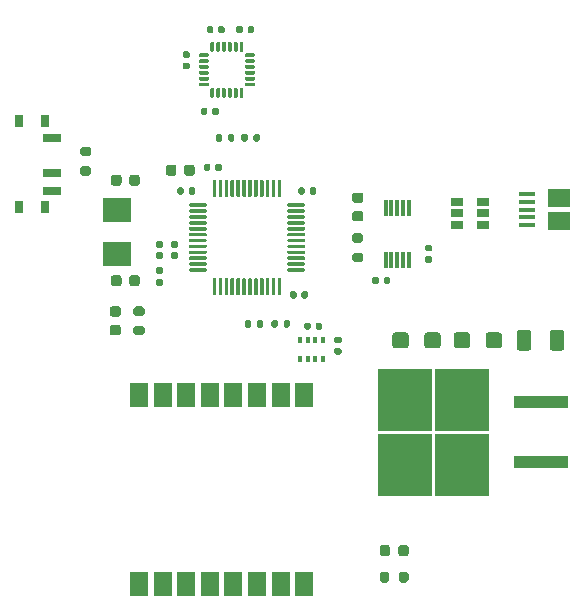
<source format=gbr>
%TF.GenerationSoftware,KiCad,Pcbnew,(5.1.9)-1*%
%TF.CreationDate,2021-09-16T13:16:14+03:00*%
%TF.ProjectId,STM32-V1,53544d33-322d-4563-912e-6b696361645f,rev?*%
%TF.SameCoordinates,Original*%
%TF.FileFunction,Paste,Top*%
%TF.FilePolarity,Positive*%
%FSLAX46Y46*%
G04 Gerber Fmt 4.6, Leading zero omitted, Abs format (unit mm)*
G04 Created by KiCad (PCBNEW (5.1.9)-1) date 2021-09-16 13:16:14*
%MOMM*%
%LPD*%
G01*
G04 APERTURE LIST*
%ADD10R,2.400000X2.000000*%
%ADD11R,0.300000X1.400000*%
%ADD12R,1.500000X2.000000*%
%ADD13R,1.900000X1.500000*%
%ADD14R,1.350000X0.400000*%
%ADD15R,1.500000X0.700000*%
%ADD16R,0.800000X1.000000*%
%ADD17R,4.600000X1.100000*%
%ADD18R,4.550000X5.250000*%
%ADD19R,1.060000X0.650000*%
%ADD20R,0.350000X0.500000*%
G04 APERTURE END LIST*
D10*
%TO.C,Y1*%
X93350000Y-111550000D03*
X93350000Y-107850000D03*
%TD*%
D11*
%TO.C,U7*%
X118125000Y-107675000D03*
X117625000Y-107675000D03*
X117125000Y-107675000D03*
X116625000Y-107675000D03*
X116125000Y-107675000D03*
X116125000Y-112075000D03*
X116625000Y-112075000D03*
X117125000Y-112075000D03*
X117625000Y-112075000D03*
X118125000Y-112075000D03*
%TD*%
D12*
%TO.C,U4*%
X95250000Y-123500000D03*
X97250000Y-123500000D03*
X99250000Y-123500000D03*
X101250000Y-123500000D03*
X103250000Y-123500000D03*
X105250000Y-123500000D03*
X107250000Y-123500000D03*
X109250000Y-123500000D03*
X109250000Y-139500000D03*
X107250000Y-139500000D03*
X105250000Y-139500000D03*
X103250000Y-139500000D03*
X101250000Y-139500000D03*
X99250000Y-139500000D03*
X97250000Y-139500000D03*
X95250000Y-139500000D03*
%TD*%
%TO.C,C9*%
G36*
G01*
X97170000Y-111050000D02*
X96830000Y-111050000D01*
G75*
G02*
X96690000Y-110910000I0J140000D01*
G01*
X96690000Y-110630000D01*
G75*
G02*
X96830000Y-110490000I140000J0D01*
G01*
X97170000Y-110490000D01*
G75*
G02*
X97310000Y-110630000I0J-140000D01*
G01*
X97310000Y-110910000D01*
G75*
G02*
X97170000Y-111050000I-140000J0D01*
G01*
G37*
G36*
G01*
X97170000Y-112010000D02*
X96830000Y-112010000D01*
G75*
G02*
X96690000Y-111870000I0J140000D01*
G01*
X96690000Y-111590000D01*
G75*
G02*
X96830000Y-111450000I140000J0D01*
G01*
X97170000Y-111450000D01*
G75*
G02*
X97310000Y-111590000I0J-140000D01*
G01*
X97310000Y-111870000D01*
G75*
G02*
X97170000Y-112010000I-140000J0D01*
G01*
G37*
%TD*%
%TO.C,C8*%
G36*
G01*
X98420000Y-111050000D02*
X98080000Y-111050000D01*
G75*
G02*
X97940000Y-110910000I0J140000D01*
G01*
X97940000Y-110630000D01*
G75*
G02*
X98080000Y-110490000I140000J0D01*
G01*
X98420000Y-110490000D01*
G75*
G02*
X98560000Y-110630000I0J-140000D01*
G01*
X98560000Y-110910000D01*
G75*
G02*
X98420000Y-111050000I-140000J0D01*
G01*
G37*
G36*
G01*
X98420000Y-112010000D02*
X98080000Y-112010000D01*
G75*
G02*
X97940000Y-111870000I0J140000D01*
G01*
X97940000Y-111590000D01*
G75*
G02*
X98080000Y-111450000I140000J0D01*
G01*
X98420000Y-111450000D01*
G75*
G02*
X98560000Y-111590000I0J-140000D01*
G01*
X98560000Y-111870000D01*
G75*
G02*
X98420000Y-112010000I-140000J0D01*
G01*
G37*
%TD*%
%TO.C,C15*%
G36*
G01*
X101050000Y-99330000D02*
X101050000Y-99670000D01*
G75*
G02*
X100910000Y-99810000I-140000J0D01*
G01*
X100630000Y-99810000D01*
G75*
G02*
X100490000Y-99670000I0J140000D01*
G01*
X100490000Y-99330000D01*
G75*
G02*
X100630000Y-99190000I140000J0D01*
G01*
X100910000Y-99190000D01*
G75*
G02*
X101050000Y-99330000I0J-140000D01*
G01*
G37*
G36*
G01*
X102010000Y-99330000D02*
X102010000Y-99670000D01*
G75*
G02*
X101870000Y-99810000I-140000J0D01*
G01*
X101590000Y-99810000D01*
G75*
G02*
X101450000Y-99670000I0J140000D01*
G01*
X101450000Y-99330000D01*
G75*
G02*
X101590000Y-99190000I140000J0D01*
G01*
X101870000Y-99190000D01*
G75*
G02*
X102010000Y-99330000I0J-140000D01*
G01*
G37*
%TD*%
%TO.C,C11*%
G36*
G01*
X99080000Y-95400000D02*
X99420000Y-95400000D01*
G75*
G02*
X99560000Y-95540000I0J-140000D01*
G01*
X99560000Y-95820000D01*
G75*
G02*
X99420000Y-95960000I-140000J0D01*
G01*
X99080000Y-95960000D01*
G75*
G02*
X98940000Y-95820000I0J140000D01*
G01*
X98940000Y-95540000D01*
G75*
G02*
X99080000Y-95400000I140000J0D01*
G01*
G37*
G36*
G01*
X99080000Y-94440000D02*
X99420000Y-94440000D01*
G75*
G02*
X99560000Y-94580000I0J-140000D01*
G01*
X99560000Y-94860000D01*
G75*
G02*
X99420000Y-95000000I-140000J0D01*
G01*
X99080000Y-95000000D01*
G75*
G02*
X98940000Y-94860000I0J140000D01*
G01*
X98940000Y-94580000D01*
G75*
G02*
X99080000Y-94440000I140000J0D01*
G01*
G37*
%TD*%
%TO.C,C10*%
G36*
G01*
X104050000Y-92430000D02*
X104050000Y-92770000D01*
G75*
G02*
X103910000Y-92910000I-140000J0D01*
G01*
X103630000Y-92910000D01*
G75*
G02*
X103490000Y-92770000I0J140000D01*
G01*
X103490000Y-92430000D01*
G75*
G02*
X103630000Y-92290000I140000J0D01*
G01*
X103910000Y-92290000D01*
G75*
G02*
X104050000Y-92430000I0J-140000D01*
G01*
G37*
G36*
G01*
X105010000Y-92430000D02*
X105010000Y-92770000D01*
G75*
G02*
X104870000Y-92910000I-140000J0D01*
G01*
X104590000Y-92910000D01*
G75*
G02*
X104450000Y-92770000I0J140000D01*
G01*
X104450000Y-92430000D01*
G75*
G02*
X104590000Y-92290000I140000J0D01*
G01*
X104870000Y-92290000D01*
G75*
G02*
X105010000Y-92430000I0J-140000D01*
G01*
G37*
%TD*%
%TO.C,C2*%
G36*
G01*
X119400000Y-119325001D02*
X119400000Y-118474999D01*
G75*
G02*
X119649999Y-118225000I249999J0D01*
G01*
X120550001Y-118225000D01*
G75*
G02*
X120800000Y-118474999I0J-249999D01*
G01*
X120800000Y-119325001D01*
G75*
G02*
X120550001Y-119575000I-249999J0D01*
G01*
X119649999Y-119575000D01*
G75*
G02*
X119400000Y-119325001I0J249999D01*
G01*
G37*
G36*
G01*
X116700000Y-119325001D02*
X116700000Y-118474999D01*
G75*
G02*
X116949999Y-118225000I249999J0D01*
G01*
X117850001Y-118225000D01*
G75*
G02*
X118100000Y-118474999I0J-249999D01*
G01*
X118100000Y-119325001D01*
G75*
G02*
X117850001Y-119575000I-249999J0D01*
G01*
X116949999Y-119575000D01*
G75*
G02*
X116700000Y-119325001I0J249999D01*
G01*
G37*
%TD*%
%TO.C,C1*%
G36*
G01*
X123300000Y-118474999D02*
X123300000Y-119325001D01*
G75*
G02*
X123050001Y-119575000I-249999J0D01*
G01*
X122149999Y-119575000D01*
G75*
G02*
X121900000Y-119325001I0J249999D01*
G01*
X121900000Y-118474999D01*
G75*
G02*
X122149999Y-118225000I249999J0D01*
G01*
X123050001Y-118225000D01*
G75*
G02*
X123300000Y-118474999I0J-249999D01*
G01*
G37*
G36*
G01*
X126000000Y-118474999D02*
X126000000Y-119325001D01*
G75*
G02*
X125750001Y-119575000I-249999J0D01*
G01*
X124849999Y-119575000D01*
G75*
G02*
X124600000Y-119325001I0J249999D01*
G01*
X124600000Y-118474999D01*
G75*
G02*
X124849999Y-118225000I249999J0D01*
G01*
X125750001Y-118225000D01*
G75*
G02*
X126000000Y-118474999I0J-249999D01*
G01*
G37*
%TD*%
%TO.C,C3*%
G36*
G01*
X99975000Y-104250000D02*
X99975000Y-104750000D01*
G75*
G02*
X99750000Y-104975000I-225000J0D01*
G01*
X99300000Y-104975000D01*
G75*
G02*
X99075000Y-104750000I0J225000D01*
G01*
X99075000Y-104250000D01*
G75*
G02*
X99300000Y-104025000I225000J0D01*
G01*
X99750000Y-104025000D01*
G75*
G02*
X99975000Y-104250000I0J-225000D01*
G01*
G37*
G36*
G01*
X98425000Y-104250000D02*
X98425000Y-104750000D01*
G75*
G02*
X98200000Y-104975000I-225000J0D01*
G01*
X97750000Y-104975000D01*
G75*
G02*
X97525000Y-104750000I0J225000D01*
G01*
X97525000Y-104250000D01*
G75*
G02*
X97750000Y-104025000I225000J0D01*
G01*
X98200000Y-104025000D01*
G75*
G02*
X98425000Y-104250000I0J-225000D01*
G01*
G37*
%TD*%
%TO.C,C4*%
G36*
G01*
X99050000Y-106080000D02*
X99050000Y-106420000D01*
G75*
G02*
X98910000Y-106560000I-140000J0D01*
G01*
X98630000Y-106560000D01*
G75*
G02*
X98490000Y-106420000I0J140000D01*
G01*
X98490000Y-106080000D01*
G75*
G02*
X98630000Y-105940000I140000J0D01*
G01*
X98910000Y-105940000D01*
G75*
G02*
X99050000Y-106080000I0J-140000D01*
G01*
G37*
G36*
G01*
X100010000Y-106080000D02*
X100010000Y-106420000D01*
G75*
G02*
X99870000Y-106560000I-140000J0D01*
G01*
X99590000Y-106560000D01*
G75*
G02*
X99450000Y-106420000I0J140000D01*
G01*
X99450000Y-106080000D01*
G75*
G02*
X99590000Y-105940000I140000J0D01*
G01*
X99870000Y-105940000D01*
G75*
G02*
X100010000Y-106080000I0J-140000D01*
G01*
G37*
%TD*%
%TO.C,C5*%
G36*
G01*
X108040000Y-115220000D02*
X108040000Y-114880000D01*
G75*
G02*
X108180000Y-114740000I140000J0D01*
G01*
X108460000Y-114740000D01*
G75*
G02*
X108600000Y-114880000I0J-140000D01*
G01*
X108600000Y-115220000D01*
G75*
G02*
X108460000Y-115360000I-140000J0D01*
G01*
X108180000Y-115360000D01*
G75*
G02*
X108040000Y-115220000I0J140000D01*
G01*
G37*
G36*
G01*
X109000000Y-115220000D02*
X109000000Y-114880000D01*
G75*
G02*
X109140000Y-114740000I140000J0D01*
G01*
X109420000Y-114740000D01*
G75*
G02*
X109560000Y-114880000I0J-140000D01*
G01*
X109560000Y-115220000D01*
G75*
G02*
X109420000Y-115360000I-140000J0D01*
G01*
X109140000Y-115360000D01*
G75*
G02*
X109000000Y-115220000I0J140000D01*
G01*
G37*
%TD*%
%TO.C,C6*%
G36*
G01*
X109700000Y-106420000D02*
X109700000Y-106080000D01*
G75*
G02*
X109840000Y-105940000I140000J0D01*
G01*
X110120000Y-105940000D01*
G75*
G02*
X110260000Y-106080000I0J-140000D01*
G01*
X110260000Y-106420000D01*
G75*
G02*
X110120000Y-106560000I-140000J0D01*
G01*
X109840000Y-106560000D01*
G75*
G02*
X109700000Y-106420000I0J140000D01*
G01*
G37*
G36*
G01*
X108740000Y-106420000D02*
X108740000Y-106080000D01*
G75*
G02*
X108880000Y-105940000I140000J0D01*
G01*
X109160000Y-105940000D01*
G75*
G02*
X109300000Y-106080000I0J-140000D01*
G01*
X109300000Y-106420000D01*
G75*
G02*
X109160000Y-106560000I-140000J0D01*
G01*
X108880000Y-106560000D01*
G75*
G02*
X108740000Y-106420000I0J140000D01*
G01*
G37*
%TD*%
%TO.C,C7*%
G36*
G01*
X100740000Y-104420000D02*
X100740000Y-104080000D01*
G75*
G02*
X100880000Y-103940000I140000J0D01*
G01*
X101160000Y-103940000D01*
G75*
G02*
X101300000Y-104080000I0J-140000D01*
G01*
X101300000Y-104420000D01*
G75*
G02*
X101160000Y-104560000I-140000J0D01*
G01*
X100880000Y-104560000D01*
G75*
G02*
X100740000Y-104420000I0J140000D01*
G01*
G37*
G36*
G01*
X101700000Y-104420000D02*
X101700000Y-104080000D01*
G75*
G02*
X101840000Y-103940000I140000J0D01*
G01*
X102120000Y-103940000D01*
G75*
G02*
X102260000Y-104080000I0J-140000D01*
G01*
X102260000Y-104420000D01*
G75*
G02*
X102120000Y-104560000I-140000J0D01*
G01*
X101840000Y-104560000D01*
G75*
G02*
X101700000Y-104420000I0J140000D01*
G01*
G37*
%TD*%
%TO.C,C12*%
G36*
G01*
X109240000Y-117870000D02*
X109240000Y-117530000D01*
G75*
G02*
X109380000Y-117390000I140000J0D01*
G01*
X109660000Y-117390000D01*
G75*
G02*
X109800000Y-117530000I0J-140000D01*
G01*
X109800000Y-117870000D01*
G75*
G02*
X109660000Y-118010000I-140000J0D01*
G01*
X109380000Y-118010000D01*
G75*
G02*
X109240000Y-117870000I0J140000D01*
G01*
G37*
G36*
G01*
X110200000Y-117870000D02*
X110200000Y-117530000D01*
G75*
G02*
X110340000Y-117390000I140000J0D01*
G01*
X110620000Y-117390000D01*
G75*
G02*
X110760000Y-117530000I0J-140000D01*
G01*
X110760000Y-117870000D01*
G75*
G02*
X110620000Y-118010000I-140000J0D01*
G01*
X110340000Y-118010000D01*
G75*
G02*
X110200000Y-117870000I0J140000D01*
G01*
G37*
%TD*%
%TO.C,C13*%
G36*
G01*
X111930000Y-119550000D02*
X112270000Y-119550000D01*
G75*
G02*
X112410000Y-119690000I0J-140000D01*
G01*
X112410000Y-119970000D01*
G75*
G02*
X112270000Y-120110000I-140000J0D01*
G01*
X111930000Y-120110000D01*
G75*
G02*
X111790000Y-119970000I0J140000D01*
G01*
X111790000Y-119690000D01*
G75*
G02*
X111930000Y-119550000I140000J0D01*
G01*
G37*
G36*
G01*
X111930000Y-118590000D02*
X112270000Y-118590000D01*
G75*
G02*
X112410000Y-118730000I0J-140000D01*
G01*
X112410000Y-119010000D01*
G75*
G02*
X112270000Y-119150000I-140000J0D01*
G01*
X111930000Y-119150000D01*
G75*
G02*
X111790000Y-119010000I0J140000D01*
G01*
X111790000Y-118730000D01*
G75*
G02*
X111930000Y-118590000I140000J0D01*
G01*
G37*
%TD*%
%TO.C,C14*%
G36*
G01*
X102510000Y-92430000D02*
X102510000Y-92770000D01*
G75*
G02*
X102370000Y-92910000I-140000J0D01*
G01*
X102090000Y-92910000D01*
G75*
G02*
X101950000Y-92770000I0J140000D01*
G01*
X101950000Y-92430000D01*
G75*
G02*
X102090000Y-92290000I140000J0D01*
G01*
X102370000Y-92290000D01*
G75*
G02*
X102510000Y-92430000I0J-140000D01*
G01*
G37*
G36*
G01*
X101550000Y-92430000D02*
X101550000Y-92770000D01*
G75*
G02*
X101410000Y-92910000I-140000J0D01*
G01*
X101130000Y-92910000D01*
G75*
G02*
X100990000Y-92770000I0J140000D01*
G01*
X100990000Y-92430000D01*
G75*
G02*
X101130000Y-92290000I140000J0D01*
G01*
X101410000Y-92290000D01*
G75*
G02*
X101550000Y-92430000I0J-140000D01*
G01*
G37*
%TD*%
%TO.C,C16*%
G36*
G01*
X94425000Y-105600000D02*
X94425000Y-105100000D01*
G75*
G02*
X94650000Y-104875000I225000J0D01*
G01*
X95100000Y-104875000D01*
G75*
G02*
X95325000Y-105100000I0J-225000D01*
G01*
X95325000Y-105600000D01*
G75*
G02*
X95100000Y-105825000I-225000J0D01*
G01*
X94650000Y-105825000D01*
G75*
G02*
X94425000Y-105600000I0J225000D01*
G01*
G37*
G36*
G01*
X92875000Y-105600000D02*
X92875000Y-105100000D01*
G75*
G02*
X93100000Y-104875000I225000J0D01*
G01*
X93550000Y-104875000D01*
G75*
G02*
X93775000Y-105100000I0J-225000D01*
G01*
X93775000Y-105600000D01*
G75*
G02*
X93550000Y-105825000I-225000J0D01*
G01*
X93100000Y-105825000D01*
G75*
G02*
X92875000Y-105600000I0J225000D01*
G01*
G37*
%TD*%
%TO.C,C17*%
G36*
G01*
X92875000Y-114100000D02*
X92875000Y-113600000D01*
G75*
G02*
X93100000Y-113375000I225000J0D01*
G01*
X93550000Y-113375000D01*
G75*
G02*
X93775000Y-113600000I0J-225000D01*
G01*
X93775000Y-114100000D01*
G75*
G02*
X93550000Y-114325000I-225000J0D01*
G01*
X93100000Y-114325000D01*
G75*
G02*
X92875000Y-114100000I0J225000D01*
G01*
G37*
G36*
G01*
X94425000Y-114100000D02*
X94425000Y-113600000D01*
G75*
G02*
X94650000Y-113375000I225000J0D01*
G01*
X95100000Y-113375000D01*
G75*
G02*
X95325000Y-113600000I0J-225000D01*
G01*
X95325000Y-114100000D01*
G75*
G02*
X95100000Y-114325000I-225000J0D01*
G01*
X94650000Y-114325000D01*
G75*
G02*
X94425000Y-114100000I0J225000D01*
G01*
G37*
%TD*%
%TO.C,C18*%
G36*
G01*
X116535000Y-113655000D02*
X116535000Y-113995000D01*
G75*
G02*
X116395000Y-114135000I-140000J0D01*
G01*
X116115000Y-114135000D01*
G75*
G02*
X115975000Y-113995000I0J140000D01*
G01*
X115975000Y-113655000D01*
G75*
G02*
X116115000Y-113515000I140000J0D01*
G01*
X116395000Y-113515000D01*
G75*
G02*
X116535000Y-113655000I0J-140000D01*
G01*
G37*
G36*
G01*
X115575000Y-113655000D02*
X115575000Y-113995000D01*
G75*
G02*
X115435000Y-114135000I-140000J0D01*
G01*
X115155000Y-114135000D01*
G75*
G02*
X115015000Y-113995000I0J140000D01*
G01*
X115015000Y-113655000D01*
G75*
G02*
X115155000Y-113515000I140000J0D01*
G01*
X115435000Y-113515000D01*
G75*
G02*
X115575000Y-113655000I0J-140000D01*
G01*
G37*
%TD*%
%TO.C,C19*%
G36*
G01*
X119945000Y-111375000D02*
X119605000Y-111375000D01*
G75*
G02*
X119465000Y-111235000I0J140000D01*
G01*
X119465000Y-110955000D01*
G75*
G02*
X119605000Y-110815000I140000J0D01*
G01*
X119945000Y-110815000D01*
G75*
G02*
X120085000Y-110955000I0J-140000D01*
G01*
X120085000Y-111235000D01*
G75*
G02*
X119945000Y-111375000I-140000J0D01*
G01*
G37*
G36*
G01*
X119945000Y-112335000D02*
X119605000Y-112335000D01*
G75*
G02*
X119465000Y-112195000I0J140000D01*
G01*
X119465000Y-111915000D01*
G75*
G02*
X119605000Y-111775000I140000J0D01*
G01*
X119945000Y-111775000D01*
G75*
G02*
X120085000Y-111915000I0J-140000D01*
G01*
X120085000Y-112195000D01*
G75*
G02*
X119945000Y-112335000I-140000J0D01*
G01*
G37*
%TD*%
%TO.C,D1*%
G36*
G01*
X117200000Y-136956250D02*
X117200000Y-136443750D01*
G75*
G02*
X117418750Y-136225000I218750J0D01*
G01*
X117856250Y-136225000D01*
G75*
G02*
X118075000Y-136443750I0J-218750D01*
G01*
X118075000Y-136956250D01*
G75*
G02*
X117856250Y-137175000I-218750J0D01*
G01*
X117418750Y-137175000D01*
G75*
G02*
X117200000Y-136956250I0J218750D01*
G01*
G37*
G36*
G01*
X115625000Y-136956250D02*
X115625000Y-136443750D01*
G75*
G02*
X115843750Y-136225000I218750J0D01*
G01*
X116281250Y-136225000D01*
G75*
G02*
X116500000Y-136443750I0J-218750D01*
G01*
X116500000Y-136956250D01*
G75*
G02*
X116281250Y-137175000I-218750J0D01*
G01*
X115843750Y-137175000D01*
G75*
G02*
X115625000Y-136956250I0J218750D01*
G01*
G37*
%TD*%
%TO.C,D2*%
G36*
G01*
X92993750Y-116025000D02*
X93506250Y-116025000D01*
G75*
G02*
X93725000Y-116243750I0J-218750D01*
G01*
X93725000Y-116681250D01*
G75*
G02*
X93506250Y-116900000I-218750J0D01*
G01*
X92993750Y-116900000D01*
G75*
G02*
X92775000Y-116681250I0J218750D01*
G01*
X92775000Y-116243750D01*
G75*
G02*
X92993750Y-116025000I218750J0D01*
G01*
G37*
G36*
G01*
X92993750Y-117600000D02*
X93506250Y-117600000D01*
G75*
G02*
X93725000Y-117818750I0J-218750D01*
G01*
X93725000Y-118256250D01*
G75*
G02*
X93506250Y-118475000I-218750J0D01*
G01*
X92993750Y-118475000D01*
G75*
G02*
X92775000Y-118256250I0J218750D01*
G01*
X92775000Y-117818750D01*
G75*
G02*
X92993750Y-117600000I218750J0D01*
G01*
G37*
%TD*%
%TO.C,D3*%
G36*
G01*
X113518750Y-106387500D02*
X114031250Y-106387500D01*
G75*
G02*
X114250000Y-106606250I0J-218750D01*
G01*
X114250000Y-107043750D01*
G75*
G02*
X114031250Y-107262500I-218750J0D01*
G01*
X113518750Y-107262500D01*
G75*
G02*
X113300000Y-107043750I0J218750D01*
G01*
X113300000Y-106606250D01*
G75*
G02*
X113518750Y-106387500I218750J0D01*
G01*
G37*
G36*
G01*
X113518750Y-107962500D02*
X114031250Y-107962500D01*
G75*
G02*
X114250000Y-108181250I0J-218750D01*
G01*
X114250000Y-108618750D01*
G75*
G02*
X114031250Y-108837500I-218750J0D01*
G01*
X113518750Y-108837500D01*
G75*
G02*
X113300000Y-108618750I0J218750D01*
G01*
X113300000Y-108181250D01*
G75*
G02*
X113518750Y-107962500I218750J0D01*
G01*
G37*
%TD*%
%TO.C,F1*%
G36*
G01*
X127225000Y-119525000D02*
X127225000Y-118275000D01*
G75*
G02*
X127475000Y-118025000I250000J0D01*
G01*
X128225000Y-118025000D01*
G75*
G02*
X128475000Y-118275000I0J-250000D01*
G01*
X128475000Y-119525000D01*
G75*
G02*
X128225000Y-119775000I-250000J0D01*
G01*
X127475000Y-119775000D01*
G75*
G02*
X127225000Y-119525000I0J250000D01*
G01*
G37*
G36*
G01*
X130025000Y-119525000D02*
X130025000Y-118275000D01*
G75*
G02*
X130275000Y-118025000I250000J0D01*
G01*
X131025000Y-118025000D01*
G75*
G02*
X131275000Y-118275000I0J-250000D01*
G01*
X131275000Y-119525000D01*
G75*
G02*
X131025000Y-119775000I-250000J0D01*
G01*
X130275000Y-119775000D01*
G75*
G02*
X130025000Y-119525000I0J250000D01*
G01*
G37*
%TD*%
D13*
%TO.C,J1*%
X130812500Y-106825000D03*
D14*
X128112500Y-108475000D03*
X128112500Y-109125000D03*
X128112500Y-106525000D03*
X128112500Y-107175000D03*
X128112500Y-107825000D03*
D13*
X130812500Y-108825000D03*
%TD*%
%TO.C,L1*%
G36*
G01*
X97172500Y-114280000D02*
X96827500Y-114280000D01*
G75*
G02*
X96680000Y-114132500I0J147500D01*
G01*
X96680000Y-113837500D01*
G75*
G02*
X96827500Y-113690000I147500J0D01*
G01*
X97172500Y-113690000D01*
G75*
G02*
X97320000Y-113837500I0J-147500D01*
G01*
X97320000Y-114132500D01*
G75*
G02*
X97172500Y-114280000I-147500J0D01*
G01*
G37*
G36*
G01*
X97172500Y-113310000D02*
X96827500Y-113310000D01*
G75*
G02*
X96680000Y-113162500I0J147500D01*
G01*
X96680000Y-112867500D01*
G75*
G02*
X96827500Y-112720000I147500J0D01*
G01*
X97172500Y-112720000D01*
G75*
G02*
X97320000Y-112867500I0J-147500D01*
G01*
X97320000Y-113162500D01*
G75*
G02*
X97172500Y-113310000I-147500J0D01*
G01*
G37*
%TD*%
%TO.C,R1*%
G36*
G01*
X117275000Y-139225000D02*
X117275000Y-138675000D01*
G75*
G02*
X117475000Y-138475000I200000J0D01*
G01*
X117875000Y-138475000D01*
G75*
G02*
X118075000Y-138675000I0J-200000D01*
G01*
X118075000Y-139225000D01*
G75*
G02*
X117875000Y-139425000I-200000J0D01*
G01*
X117475000Y-139425000D01*
G75*
G02*
X117275000Y-139225000I0J200000D01*
G01*
G37*
G36*
G01*
X115625000Y-139225000D02*
X115625000Y-138675000D01*
G75*
G02*
X115825000Y-138475000I200000J0D01*
G01*
X116225000Y-138475000D01*
G75*
G02*
X116425000Y-138675000I0J-200000D01*
G01*
X116425000Y-139225000D01*
G75*
G02*
X116225000Y-139425000I-200000J0D01*
G01*
X115825000Y-139425000D01*
G75*
G02*
X115625000Y-139225000I0J200000D01*
G01*
G37*
%TD*%
%TO.C,R2*%
G36*
G01*
X91025000Y-104975000D02*
X90475000Y-104975000D01*
G75*
G02*
X90275000Y-104775000I0J200000D01*
G01*
X90275000Y-104375000D01*
G75*
G02*
X90475000Y-104175000I200000J0D01*
G01*
X91025000Y-104175000D01*
G75*
G02*
X91225000Y-104375000I0J-200000D01*
G01*
X91225000Y-104775000D01*
G75*
G02*
X91025000Y-104975000I-200000J0D01*
G01*
G37*
G36*
G01*
X91025000Y-103325000D02*
X90475000Y-103325000D01*
G75*
G02*
X90275000Y-103125000I0J200000D01*
G01*
X90275000Y-102725000D01*
G75*
G02*
X90475000Y-102525000I200000J0D01*
G01*
X91025000Y-102525000D01*
G75*
G02*
X91225000Y-102725000I0J-200000D01*
G01*
X91225000Y-103125000D01*
G75*
G02*
X91025000Y-103325000I-200000J0D01*
G01*
G37*
%TD*%
%TO.C,R3*%
G36*
G01*
X94975000Y-116025000D02*
X95525000Y-116025000D01*
G75*
G02*
X95725000Y-116225000I0J-200000D01*
G01*
X95725000Y-116625000D01*
G75*
G02*
X95525000Y-116825000I-200000J0D01*
G01*
X94975000Y-116825000D01*
G75*
G02*
X94775000Y-116625000I0J200000D01*
G01*
X94775000Y-116225000D01*
G75*
G02*
X94975000Y-116025000I200000J0D01*
G01*
G37*
G36*
G01*
X94975000Y-117675000D02*
X95525000Y-117675000D01*
G75*
G02*
X95725000Y-117875000I0J-200000D01*
G01*
X95725000Y-118275000D01*
G75*
G02*
X95525000Y-118475000I-200000J0D01*
G01*
X94975000Y-118475000D01*
G75*
G02*
X94775000Y-118275000I0J200000D01*
G01*
X94775000Y-117875000D01*
G75*
G02*
X94975000Y-117675000I200000J0D01*
G01*
G37*
%TD*%
%TO.C,R4*%
G36*
G01*
X104460000Y-101565000D02*
X104460000Y-101935000D01*
G75*
G02*
X104325000Y-102070000I-135000J0D01*
G01*
X104055000Y-102070000D01*
G75*
G02*
X103920000Y-101935000I0J135000D01*
G01*
X103920000Y-101565000D01*
G75*
G02*
X104055000Y-101430000I135000J0D01*
G01*
X104325000Y-101430000D01*
G75*
G02*
X104460000Y-101565000I0J-135000D01*
G01*
G37*
G36*
G01*
X105480000Y-101565000D02*
X105480000Y-101935000D01*
G75*
G02*
X105345000Y-102070000I-135000J0D01*
G01*
X105075000Y-102070000D01*
G75*
G02*
X104940000Y-101935000I0J135000D01*
G01*
X104940000Y-101565000D01*
G75*
G02*
X105075000Y-101430000I135000J0D01*
G01*
X105345000Y-101430000D01*
G75*
G02*
X105480000Y-101565000I0J-135000D01*
G01*
G37*
%TD*%
%TO.C,R5*%
G36*
G01*
X101770000Y-101935000D02*
X101770000Y-101565000D01*
G75*
G02*
X101905000Y-101430000I135000J0D01*
G01*
X102175000Y-101430000D01*
G75*
G02*
X102310000Y-101565000I0J-135000D01*
G01*
X102310000Y-101935000D01*
G75*
G02*
X102175000Y-102070000I-135000J0D01*
G01*
X101905000Y-102070000D01*
G75*
G02*
X101770000Y-101935000I0J135000D01*
G01*
G37*
G36*
G01*
X102790000Y-101935000D02*
X102790000Y-101565000D01*
G75*
G02*
X102925000Y-101430000I135000J0D01*
G01*
X103195000Y-101430000D01*
G75*
G02*
X103330000Y-101565000I0J-135000D01*
G01*
X103330000Y-101935000D01*
G75*
G02*
X103195000Y-102070000I-135000J0D01*
G01*
X102925000Y-102070000D01*
G75*
G02*
X102790000Y-101935000I0J135000D01*
G01*
G37*
%TD*%
%TO.C,R6*%
G36*
G01*
X114050000Y-110650000D02*
X113500000Y-110650000D01*
G75*
G02*
X113300000Y-110450000I0J200000D01*
G01*
X113300000Y-110050000D01*
G75*
G02*
X113500000Y-109850000I200000J0D01*
G01*
X114050000Y-109850000D01*
G75*
G02*
X114250000Y-110050000I0J-200000D01*
G01*
X114250000Y-110450000D01*
G75*
G02*
X114050000Y-110650000I-200000J0D01*
G01*
G37*
G36*
G01*
X114050000Y-112300000D02*
X113500000Y-112300000D01*
G75*
G02*
X113300000Y-112100000I0J200000D01*
G01*
X113300000Y-111700000D01*
G75*
G02*
X113500000Y-111500000I200000J0D01*
G01*
X114050000Y-111500000D01*
G75*
G02*
X114250000Y-111700000I0J-200000D01*
G01*
X114250000Y-112100000D01*
G75*
G02*
X114050000Y-112300000I-200000J0D01*
G01*
G37*
%TD*%
%TO.C,R7*%
G36*
G01*
X105240000Y-117685000D02*
X105240000Y-117315000D01*
G75*
G02*
X105375000Y-117180000I135000J0D01*
G01*
X105645000Y-117180000D01*
G75*
G02*
X105780000Y-117315000I0J-135000D01*
G01*
X105780000Y-117685000D01*
G75*
G02*
X105645000Y-117820000I-135000J0D01*
G01*
X105375000Y-117820000D01*
G75*
G02*
X105240000Y-117685000I0J135000D01*
G01*
G37*
G36*
G01*
X104220000Y-117685000D02*
X104220000Y-117315000D01*
G75*
G02*
X104355000Y-117180000I135000J0D01*
G01*
X104625000Y-117180000D01*
G75*
G02*
X104760000Y-117315000I0J-135000D01*
G01*
X104760000Y-117685000D01*
G75*
G02*
X104625000Y-117820000I-135000J0D01*
G01*
X104355000Y-117820000D01*
G75*
G02*
X104220000Y-117685000I0J135000D01*
G01*
G37*
%TD*%
%TO.C,R8*%
G36*
G01*
X108030000Y-117315000D02*
X108030000Y-117685000D01*
G75*
G02*
X107895000Y-117820000I-135000J0D01*
G01*
X107625000Y-117820000D01*
G75*
G02*
X107490000Y-117685000I0J135000D01*
G01*
X107490000Y-117315000D01*
G75*
G02*
X107625000Y-117180000I135000J0D01*
G01*
X107895000Y-117180000D01*
G75*
G02*
X108030000Y-117315000I0J-135000D01*
G01*
G37*
G36*
G01*
X107010000Y-117315000D02*
X107010000Y-117685000D01*
G75*
G02*
X106875000Y-117820000I-135000J0D01*
G01*
X106605000Y-117820000D01*
G75*
G02*
X106470000Y-117685000I0J135000D01*
G01*
X106470000Y-117315000D01*
G75*
G02*
X106605000Y-117180000I135000J0D01*
G01*
X106875000Y-117180000D01*
G75*
G02*
X107010000Y-117315000I0J-135000D01*
G01*
G37*
%TD*%
D15*
%TO.C,SW1*%
X87930000Y-101750000D03*
X87930000Y-104750000D03*
X87930000Y-106250000D03*
D16*
X85070000Y-100350000D03*
X85070000Y-107650000D03*
X87280000Y-107650000D03*
X87280000Y-100350000D03*
%TD*%
D17*
%TO.C,U1*%
X129325000Y-129240000D03*
X129325000Y-124160000D03*
D18*
X117750000Y-123925000D03*
X122600000Y-129475000D03*
X117750000Y-129475000D03*
X122600000Y-123925000D03*
%TD*%
D19*
%TO.C,U2*%
X124400000Y-109100000D03*
X124400000Y-108150000D03*
X124400000Y-107200000D03*
X122200000Y-107200000D03*
X122200000Y-109100000D03*
X122200000Y-108150000D03*
%TD*%
D20*
%TO.C,U3*%
X110825000Y-120500000D03*
X108875000Y-118900000D03*
X109525000Y-118900000D03*
X110175000Y-118900000D03*
X108875000Y-120500000D03*
X109525000Y-120500000D03*
X110175000Y-120500000D03*
X110825000Y-118900000D03*
%TD*%
%TO.C,U5*%
G36*
G01*
X105075000Y-97175000D02*
X105075000Y-97325000D01*
G75*
G02*
X105000000Y-97400000I-75000J0D01*
G01*
X104300000Y-97400000D01*
G75*
G02*
X104225000Y-97325000I0J75000D01*
G01*
X104225000Y-97175000D01*
G75*
G02*
X104300000Y-97100000I75000J0D01*
G01*
X105000000Y-97100000D01*
G75*
G02*
X105075000Y-97175000I0J-75000D01*
G01*
G37*
G36*
G01*
X105075000Y-96675000D02*
X105075000Y-96825000D01*
G75*
G02*
X105000000Y-96900000I-75000J0D01*
G01*
X104300000Y-96900000D01*
G75*
G02*
X104225000Y-96825000I0J75000D01*
G01*
X104225000Y-96675000D01*
G75*
G02*
X104300000Y-96600000I75000J0D01*
G01*
X105000000Y-96600000D01*
G75*
G02*
X105075000Y-96675000I0J-75000D01*
G01*
G37*
G36*
G01*
X105075000Y-96175000D02*
X105075000Y-96325000D01*
G75*
G02*
X105000000Y-96400000I-75000J0D01*
G01*
X104300000Y-96400000D01*
G75*
G02*
X104225000Y-96325000I0J75000D01*
G01*
X104225000Y-96175000D01*
G75*
G02*
X104300000Y-96100000I75000J0D01*
G01*
X105000000Y-96100000D01*
G75*
G02*
X105075000Y-96175000I0J-75000D01*
G01*
G37*
G36*
G01*
X105075000Y-95675000D02*
X105075000Y-95825000D01*
G75*
G02*
X105000000Y-95900000I-75000J0D01*
G01*
X104300000Y-95900000D01*
G75*
G02*
X104225000Y-95825000I0J75000D01*
G01*
X104225000Y-95675000D01*
G75*
G02*
X104300000Y-95600000I75000J0D01*
G01*
X105000000Y-95600000D01*
G75*
G02*
X105075000Y-95675000I0J-75000D01*
G01*
G37*
G36*
G01*
X105075000Y-95175000D02*
X105075000Y-95325000D01*
G75*
G02*
X105000000Y-95400000I-75000J0D01*
G01*
X104300000Y-95400000D01*
G75*
G02*
X104225000Y-95325000I0J75000D01*
G01*
X104225000Y-95175000D01*
G75*
G02*
X104300000Y-95100000I75000J0D01*
G01*
X105000000Y-95100000D01*
G75*
G02*
X105075000Y-95175000I0J-75000D01*
G01*
G37*
G36*
G01*
X105075000Y-94675000D02*
X105075000Y-94825000D01*
G75*
G02*
X105000000Y-94900000I-75000J0D01*
G01*
X104300000Y-94900000D01*
G75*
G02*
X104225000Y-94825000I0J75000D01*
G01*
X104225000Y-94675000D01*
G75*
G02*
X104300000Y-94600000I75000J0D01*
G01*
X105000000Y-94600000D01*
G75*
G02*
X105075000Y-94675000I0J-75000D01*
G01*
G37*
G36*
G01*
X103875000Y-93625000D02*
X104025000Y-93625000D01*
G75*
G02*
X104100000Y-93700000I0J-75000D01*
G01*
X104100000Y-94400000D01*
G75*
G02*
X104025000Y-94475000I-75000J0D01*
G01*
X103875000Y-94475000D01*
G75*
G02*
X103800000Y-94400000I0J75000D01*
G01*
X103800000Y-93700000D01*
G75*
G02*
X103875000Y-93625000I75000J0D01*
G01*
G37*
G36*
G01*
X103375000Y-93625000D02*
X103525000Y-93625000D01*
G75*
G02*
X103600000Y-93700000I0J-75000D01*
G01*
X103600000Y-94400000D01*
G75*
G02*
X103525000Y-94475000I-75000J0D01*
G01*
X103375000Y-94475000D01*
G75*
G02*
X103300000Y-94400000I0J75000D01*
G01*
X103300000Y-93700000D01*
G75*
G02*
X103375000Y-93625000I75000J0D01*
G01*
G37*
G36*
G01*
X102875000Y-93625000D02*
X103025000Y-93625000D01*
G75*
G02*
X103100000Y-93700000I0J-75000D01*
G01*
X103100000Y-94400000D01*
G75*
G02*
X103025000Y-94475000I-75000J0D01*
G01*
X102875000Y-94475000D01*
G75*
G02*
X102800000Y-94400000I0J75000D01*
G01*
X102800000Y-93700000D01*
G75*
G02*
X102875000Y-93625000I75000J0D01*
G01*
G37*
G36*
G01*
X102375000Y-93625000D02*
X102525000Y-93625000D01*
G75*
G02*
X102600000Y-93700000I0J-75000D01*
G01*
X102600000Y-94400000D01*
G75*
G02*
X102525000Y-94475000I-75000J0D01*
G01*
X102375000Y-94475000D01*
G75*
G02*
X102300000Y-94400000I0J75000D01*
G01*
X102300000Y-93700000D01*
G75*
G02*
X102375000Y-93625000I75000J0D01*
G01*
G37*
G36*
G01*
X101875000Y-93625000D02*
X102025000Y-93625000D01*
G75*
G02*
X102100000Y-93700000I0J-75000D01*
G01*
X102100000Y-94400000D01*
G75*
G02*
X102025000Y-94475000I-75000J0D01*
G01*
X101875000Y-94475000D01*
G75*
G02*
X101800000Y-94400000I0J75000D01*
G01*
X101800000Y-93700000D01*
G75*
G02*
X101875000Y-93625000I75000J0D01*
G01*
G37*
G36*
G01*
X101375000Y-93625000D02*
X101525000Y-93625000D01*
G75*
G02*
X101600000Y-93700000I0J-75000D01*
G01*
X101600000Y-94400000D01*
G75*
G02*
X101525000Y-94475000I-75000J0D01*
G01*
X101375000Y-94475000D01*
G75*
G02*
X101300000Y-94400000I0J75000D01*
G01*
X101300000Y-93700000D01*
G75*
G02*
X101375000Y-93625000I75000J0D01*
G01*
G37*
G36*
G01*
X101175000Y-94675000D02*
X101175000Y-94825000D01*
G75*
G02*
X101100000Y-94900000I-75000J0D01*
G01*
X100400000Y-94900000D01*
G75*
G02*
X100325000Y-94825000I0J75000D01*
G01*
X100325000Y-94675000D01*
G75*
G02*
X100400000Y-94600000I75000J0D01*
G01*
X101100000Y-94600000D01*
G75*
G02*
X101175000Y-94675000I0J-75000D01*
G01*
G37*
G36*
G01*
X101175000Y-95175000D02*
X101175000Y-95325000D01*
G75*
G02*
X101100000Y-95400000I-75000J0D01*
G01*
X100400000Y-95400000D01*
G75*
G02*
X100325000Y-95325000I0J75000D01*
G01*
X100325000Y-95175000D01*
G75*
G02*
X100400000Y-95100000I75000J0D01*
G01*
X101100000Y-95100000D01*
G75*
G02*
X101175000Y-95175000I0J-75000D01*
G01*
G37*
G36*
G01*
X101175000Y-95675000D02*
X101175000Y-95825000D01*
G75*
G02*
X101100000Y-95900000I-75000J0D01*
G01*
X100400000Y-95900000D01*
G75*
G02*
X100325000Y-95825000I0J75000D01*
G01*
X100325000Y-95675000D01*
G75*
G02*
X100400000Y-95600000I75000J0D01*
G01*
X101100000Y-95600000D01*
G75*
G02*
X101175000Y-95675000I0J-75000D01*
G01*
G37*
G36*
G01*
X101175000Y-96175000D02*
X101175000Y-96325000D01*
G75*
G02*
X101100000Y-96400000I-75000J0D01*
G01*
X100400000Y-96400000D01*
G75*
G02*
X100325000Y-96325000I0J75000D01*
G01*
X100325000Y-96175000D01*
G75*
G02*
X100400000Y-96100000I75000J0D01*
G01*
X101100000Y-96100000D01*
G75*
G02*
X101175000Y-96175000I0J-75000D01*
G01*
G37*
G36*
G01*
X101175000Y-96675000D02*
X101175000Y-96825000D01*
G75*
G02*
X101100000Y-96900000I-75000J0D01*
G01*
X100400000Y-96900000D01*
G75*
G02*
X100325000Y-96825000I0J75000D01*
G01*
X100325000Y-96675000D01*
G75*
G02*
X100400000Y-96600000I75000J0D01*
G01*
X101100000Y-96600000D01*
G75*
G02*
X101175000Y-96675000I0J-75000D01*
G01*
G37*
G36*
G01*
X101175000Y-97175000D02*
X101175000Y-97325000D01*
G75*
G02*
X101100000Y-97400000I-75000J0D01*
G01*
X100400000Y-97400000D01*
G75*
G02*
X100325000Y-97325000I0J75000D01*
G01*
X100325000Y-97175000D01*
G75*
G02*
X100400000Y-97100000I75000J0D01*
G01*
X101100000Y-97100000D01*
G75*
G02*
X101175000Y-97175000I0J-75000D01*
G01*
G37*
G36*
G01*
X101375000Y-97525000D02*
X101525000Y-97525000D01*
G75*
G02*
X101600000Y-97600000I0J-75000D01*
G01*
X101600000Y-98300000D01*
G75*
G02*
X101525000Y-98375000I-75000J0D01*
G01*
X101375000Y-98375000D01*
G75*
G02*
X101300000Y-98300000I0J75000D01*
G01*
X101300000Y-97600000D01*
G75*
G02*
X101375000Y-97525000I75000J0D01*
G01*
G37*
G36*
G01*
X101875000Y-97525000D02*
X102025000Y-97525000D01*
G75*
G02*
X102100000Y-97600000I0J-75000D01*
G01*
X102100000Y-98300000D01*
G75*
G02*
X102025000Y-98375000I-75000J0D01*
G01*
X101875000Y-98375000D01*
G75*
G02*
X101800000Y-98300000I0J75000D01*
G01*
X101800000Y-97600000D01*
G75*
G02*
X101875000Y-97525000I75000J0D01*
G01*
G37*
G36*
G01*
X102375000Y-97525000D02*
X102525000Y-97525000D01*
G75*
G02*
X102600000Y-97600000I0J-75000D01*
G01*
X102600000Y-98300000D01*
G75*
G02*
X102525000Y-98375000I-75000J0D01*
G01*
X102375000Y-98375000D01*
G75*
G02*
X102300000Y-98300000I0J75000D01*
G01*
X102300000Y-97600000D01*
G75*
G02*
X102375000Y-97525000I75000J0D01*
G01*
G37*
G36*
G01*
X102875000Y-97525000D02*
X103025000Y-97525000D01*
G75*
G02*
X103100000Y-97600000I0J-75000D01*
G01*
X103100000Y-98300000D01*
G75*
G02*
X103025000Y-98375000I-75000J0D01*
G01*
X102875000Y-98375000D01*
G75*
G02*
X102800000Y-98300000I0J75000D01*
G01*
X102800000Y-97600000D01*
G75*
G02*
X102875000Y-97525000I75000J0D01*
G01*
G37*
G36*
G01*
X103375000Y-97525000D02*
X103525000Y-97525000D01*
G75*
G02*
X103600000Y-97600000I0J-75000D01*
G01*
X103600000Y-98300000D01*
G75*
G02*
X103525000Y-98375000I-75000J0D01*
G01*
X103375000Y-98375000D01*
G75*
G02*
X103300000Y-98300000I0J75000D01*
G01*
X103300000Y-97600000D01*
G75*
G02*
X103375000Y-97525000I75000J0D01*
G01*
G37*
G36*
G01*
X103875000Y-97525000D02*
X104025000Y-97525000D01*
G75*
G02*
X104100000Y-97600000I0J-75000D01*
G01*
X104100000Y-98300000D01*
G75*
G02*
X104025000Y-98375000I-75000J0D01*
G01*
X103875000Y-98375000D01*
G75*
G02*
X103800000Y-98300000I0J75000D01*
G01*
X103800000Y-97600000D01*
G75*
G02*
X103875000Y-97525000I75000J0D01*
G01*
G37*
%TD*%
%TO.C,U6*%
G36*
G01*
X99500000Y-107525000D02*
X99500000Y-107375000D01*
G75*
G02*
X99575000Y-107300000I75000J0D01*
G01*
X100900000Y-107300000D01*
G75*
G02*
X100975000Y-107375000I0J-75000D01*
G01*
X100975000Y-107525000D01*
G75*
G02*
X100900000Y-107600000I-75000J0D01*
G01*
X99575000Y-107600000D01*
G75*
G02*
X99500000Y-107525000I0J75000D01*
G01*
G37*
G36*
G01*
X99500000Y-108025000D02*
X99500000Y-107875000D01*
G75*
G02*
X99575000Y-107800000I75000J0D01*
G01*
X100900000Y-107800000D01*
G75*
G02*
X100975000Y-107875000I0J-75000D01*
G01*
X100975000Y-108025000D01*
G75*
G02*
X100900000Y-108100000I-75000J0D01*
G01*
X99575000Y-108100000D01*
G75*
G02*
X99500000Y-108025000I0J75000D01*
G01*
G37*
G36*
G01*
X99500000Y-108525000D02*
X99500000Y-108375000D01*
G75*
G02*
X99575000Y-108300000I75000J0D01*
G01*
X100900000Y-108300000D01*
G75*
G02*
X100975000Y-108375000I0J-75000D01*
G01*
X100975000Y-108525000D01*
G75*
G02*
X100900000Y-108600000I-75000J0D01*
G01*
X99575000Y-108600000D01*
G75*
G02*
X99500000Y-108525000I0J75000D01*
G01*
G37*
G36*
G01*
X99500000Y-109025000D02*
X99500000Y-108875000D01*
G75*
G02*
X99575000Y-108800000I75000J0D01*
G01*
X100900000Y-108800000D01*
G75*
G02*
X100975000Y-108875000I0J-75000D01*
G01*
X100975000Y-109025000D01*
G75*
G02*
X100900000Y-109100000I-75000J0D01*
G01*
X99575000Y-109100000D01*
G75*
G02*
X99500000Y-109025000I0J75000D01*
G01*
G37*
G36*
G01*
X99500000Y-109525000D02*
X99500000Y-109375000D01*
G75*
G02*
X99575000Y-109300000I75000J0D01*
G01*
X100900000Y-109300000D01*
G75*
G02*
X100975000Y-109375000I0J-75000D01*
G01*
X100975000Y-109525000D01*
G75*
G02*
X100900000Y-109600000I-75000J0D01*
G01*
X99575000Y-109600000D01*
G75*
G02*
X99500000Y-109525000I0J75000D01*
G01*
G37*
G36*
G01*
X99500000Y-110025000D02*
X99500000Y-109875000D01*
G75*
G02*
X99575000Y-109800000I75000J0D01*
G01*
X100900000Y-109800000D01*
G75*
G02*
X100975000Y-109875000I0J-75000D01*
G01*
X100975000Y-110025000D01*
G75*
G02*
X100900000Y-110100000I-75000J0D01*
G01*
X99575000Y-110100000D01*
G75*
G02*
X99500000Y-110025000I0J75000D01*
G01*
G37*
G36*
G01*
X99500000Y-110525000D02*
X99500000Y-110375000D01*
G75*
G02*
X99575000Y-110300000I75000J0D01*
G01*
X100900000Y-110300000D01*
G75*
G02*
X100975000Y-110375000I0J-75000D01*
G01*
X100975000Y-110525000D01*
G75*
G02*
X100900000Y-110600000I-75000J0D01*
G01*
X99575000Y-110600000D01*
G75*
G02*
X99500000Y-110525000I0J75000D01*
G01*
G37*
G36*
G01*
X99500000Y-111025000D02*
X99500000Y-110875000D01*
G75*
G02*
X99575000Y-110800000I75000J0D01*
G01*
X100900000Y-110800000D01*
G75*
G02*
X100975000Y-110875000I0J-75000D01*
G01*
X100975000Y-111025000D01*
G75*
G02*
X100900000Y-111100000I-75000J0D01*
G01*
X99575000Y-111100000D01*
G75*
G02*
X99500000Y-111025000I0J75000D01*
G01*
G37*
G36*
G01*
X99500000Y-111525000D02*
X99500000Y-111375000D01*
G75*
G02*
X99575000Y-111300000I75000J0D01*
G01*
X100900000Y-111300000D01*
G75*
G02*
X100975000Y-111375000I0J-75000D01*
G01*
X100975000Y-111525000D01*
G75*
G02*
X100900000Y-111600000I-75000J0D01*
G01*
X99575000Y-111600000D01*
G75*
G02*
X99500000Y-111525000I0J75000D01*
G01*
G37*
G36*
G01*
X99500000Y-112025000D02*
X99500000Y-111875000D01*
G75*
G02*
X99575000Y-111800000I75000J0D01*
G01*
X100900000Y-111800000D01*
G75*
G02*
X100975000Y-111875000I0J-75000D01*
G01*
X100975000Y-112025000D01*
G75*
G02*
X100900000Y-112100000I-75000J0D01*
G01*
X99575000Y-112100000D01*
G75*
G02*
X99500000Y-112025000I0J75000D01*
G01*
G37*
G36*
G01*
X99500000Y-112525000D02*
X99500000Y-112375000D01*
G75*
G02*
X99575000Y-112300000I75000J0D01*
G01*
X100900000Y-112300000D01*
G75*
G02*
X100975000Y-112375000I0J-75000D01*
G01*
X100975000Y-112525000D01*
G75*
G02*
X100900000Y-112600000I-75000J0D01*
G01*
X99575000Y-112600000D01*
G75*
G02*
X99500000Y-112525000I0J75000D01*
G01*
G37*
G36*
G01*
X99500000Y-113025000D02*
X99500000Y-112875000D01*
G75*
G02*
X99575000Y-112800000I75000J0D01*
G01*
X100900000Y-112800000D01*
G75*
G02*
X100975000Y-112875000I0J-75000D01*
G01*
X100975000Y-113025000D01*
G75*
G02*
X100900000Y-113100000I-75000J0D01*
G01*
X99575000Y-113100000D01*
G75*
G02*
X99500000Y-113025000I0J75000D01*
G01*
G37*
G36*
G01*
X101500000Y-115025000D02*
X101500000Y-113700000D01*
G75*
G02*
X101575000Y-113625000I75000J0D01*
G01*
X101725000Y-113625000D01*
G75*
G02*
X101800000Y-113700000I0J-75000D01*
G01*
X101800000Y-115025000D01*
G75*
G02*
X101725000Y-115100000I-75000J0D01*
G01*
X101575000Y-115100000D01*
G75*
G02*
X101500000Y-115025000I0J75000D01*
G01*
G37*
G36*
G01*
X102000000Y-115025000D02*
X102000000Y-113700000D01*
G75*
G02*
X102075000Y-113625000I75000J0D01*
G01*
X102225000Y-113625000D01*
G75*
G02*
X102300000Y-113700000I0J-75000D01*
G01*
X102300000Y-115025000D01*
G75*
G02*
X102225000Y-115100000I-75000J0D01*
G01*
X102075000Y-115100000D01*
G75*
G02*
X102000000Y-115025000I0J75000D01*
G01*
G37*
G36*
G01*
X102500000Y-115025000D02*
X102500000Y-113700000D01*
G75*
G02*
X102575000Y-113625000I75000J0D01*
G01*
X102725000Y-113625000D01*
G75*
G02*
X102800000Y-113700000I0J-75000D01*
G01*
X102800000Y-115025000D01*
G75*
G02*
X102725000Y-115100000I-75000J0D01*
G01*
X102575000Y-115100000D01*
G75*
G02*
X102500000Y-115025000I0J75000D01*
G01*
G37*
G36*
G01*
X103000000Y-115025000D02*
X103000000Y-113700000D01*
G75*
G02*
X103075000Y-113625000I75000J0D01*
G01*
X103225000Y-113625000D01*
G75*
G02*
X103300000Y-113700000I0J-75000D01*
G01*
X103300000Y-115025000D01*
G75*
G02*
X103225000Y-115100000I-75000J0D01*
G01*
X103075000Y-115100000D01*
G75*
G02*
X103000000Y-115025000I0J75000D01*
G01*
G37*
G36*
G01*
X103500000Y-115025000D02*
X103500000Y-113700000D01*
G75*
G02*
X103575000Y-113625000I75000J0D01*
G01*
X103725000Y-113625000D01*
G75*
G02*
X103800000Y-113700000I0J-75000D01*
G01*
X103800000Y-115025000D01*
G75*
G02*
X103725000Y-115100000I-75000J0D01*
G01*
X103575000Y-115100000D01*
G75*
G02*
X103500000Y-115025000I0J75000D01*
G01*
G37*
G36*
G01*
X104000000Y-115025000D02*
X104000000Y-113700000D01*
G75*
G02*
X104075000Y-113625000I75000J0D01*
G01*
X104225000Y-113625000D01*
G75*
G02*
X104300000Y-113700000I0J-75000D01*
G01*
X104300000Y-115025000D01*
G75*
G02*
X104225000Y-115100000I-75000J0D01*
G01*
X104075000Y-115100000D01*
G75*
G02*
X104000000Y-115025000I0J75000D01*
G01*
G37*
G36*
G01*
X104500000Y-115025000D02*
X104500000Y-113700000D01*
G75*
G02*
X104575000Y-113625000I75000J0D01*
G01*
X104725000Y-113625000D01*
G75*
G02*
X104800000Y-113700000I0J-75000D01*
G01*
X104800000Y-115025000D01*
G75*
G02*
X104725000Y-115100000I-75000J0D01*
G01*
X104575000Y-115100000D01*
G75*
G02*
X104500000Y-115025000I0J75000D01*
G01*
G37*
G36*
G01*
X105000000Y-115025000D02*
X105000000Y-113700000D01*
G75*
G02*
X105075000Y-113625000I75000J0D01*
G01*
X105225000Y-113625000D01*
G75*
G02*
X105300000Y-113700000I0J-75000D01*
G01*
X105300000Y-115025000D01*
G75*
G02*
X105225000Y-115100000I-75000J0D01*
G01*
X105075000Y-115100000D01*
G75*
G02*
X105000000Y-115025000I0J75000D01*
G01*
G37*
G36*
G01*
X105500000Y-115025000D02*
X105500000Y-113700000D01*
G75*
G02*
X105575000Y-113625000I75000J0D01*
G01*
X105725000Y-113625000D01*
G75*
G02*
X105800000Y-113700000I0J-75000D01*
G01*
X105800000Y-115025000D01*
G75*
G02*
X105725000Y-115100000I-75000J0D01*
G01*
X105575000Y-115100000D01*
G75*
G02*
X105500000Y-115025000I0J75000D01*
G01*
G37*
G36*
G01*
X106000000Y-115025000D02*
X106000000Y-113700000D01*
G75*
G02*
X106075000Y-113625000I75000J0D01*
G01*
X106225000Y-113625000D01*
G75*
G02*
X106300000Y-113700000I0J-75000D01*
G01*
X106300000Y-115025000D01*
G75*
G02*
X106225000Y-115100000I-75000J0D01*
G01*
X106075000Y-115100000D01*
G75*
G02*
X106000000Y-115025000I0J75000D01*
G01*
G37*
G36*
G01*
X106500000Y-115025000D02*
X106500000Y-113700000D01*
G75*
G02*
X106575000Y-113625000I75000J0D01*
G01*
X106725000Y-113625000D01*
G75*
G02*
X106800000Y-113700000I0J-75000D01*
G01*
X106800000Y-115025000D01*
G75*
G02*
X106725000Y-115100000I-75000J0D01*
G01*
X106575000Y-115100000D01*
G75*
G02*
X106500000Y-115025000I0J75000D01*
G01*
G37*
G36*
G01*
X107000000Y-115025000D02*
X107000000Y-113700000D01*
G75*
G02*
X107075000Y-113625000I75000J0D01*
G01*
X107225000Y-113625000D01*
G75*
G02*
X107300000Y-113700000I0J-75000D01*
G01*
X107300000Y-115025000D01*
G75*
G02*
X107225000Y-115100000I-75000J0D01*
G01*
X107075000Y-115100000D01*
G75*
G02*
X107000000Y-115025000I0J75000D01*
G01*
G37*
G36*
G01*
X107825000Y-113025000D02*
X107825000Y-112875000D01*
G75*
G02*
X107900000Y-112800000I75000J0D01*
G01*
X109225000Y-112800000D01*
G75*
G02*
X109300000Y-112875000I0J-75000D01*
G01*
X109300000Y-113025000D01*
G75*
G02*
X109225000Y-113100000I-75000J0D01*
G01*
X107900000Y-113100000D01*
G75*
G02*
X107825000Y-113025000I0J75000D01*
G01*
G37*
G36*
G01*
X107825000Y-112525000D02*
X107825000Y-112375000D01*
G75*
G02*
X107900000Y-112300000I75000J0D01*
G01*
X109225000Y-112300000D01*
G75*
G02*
X109300000Y-112375000I0J-75000D01*
G01*
X109300000Y-112525000D01*
G75*
G02*
X109225000Y-112600000I-75000J0D01*
G01*
X107900000Y-112600000D01*
G75*
G02*
X107825000Y-112525000I0J75000D01*
G01*
G37*
G36*
G01*
X107825000Y-112025000D02*
X107825000Y-111875000D01*
G75*
G02*
X107900000Y-111800000I75000J0D01*
G01*
X109225000Y-111800000D01*
G75*
G02*
X109300000Y-111875000I0J-75000D01*
G01*
X109300000Y-112025000D01*
G75*
G02*
X109225000Y-112100000I-75000J0D01*
G01*
X107900000Y-112100000D01*
G75*
G02*
X107825000Y-112025000I0J75000D01*
G01*
G37*
G36*
G01*
X107825000Y-111525000D02*
X107825000Y-111375000D01*
G75*
G02*
X107900000Y-111300000I75000J0D01*
G01*
X109225000Y-111300000D01*
G75*
G02*
X109300000Y-111375000I0J-75000D01*
G01*
X109300000Y-111525000D01*
G75*
G02*
X109225000Y-111600000I-75000J0D01*
G01*
X107900000Y-111600000D01*
G75*
G02*
X107825000Y-111525000I0J75000D01*
G01*
G37*
G36*
G01*
X107825000Y-111025000D02*
X107825000Y-110875000D01*
G75*
G02*
X107900000Y-110800000I75000J0D01*
G01*
X109225000Y-110800000D01*
G75*
G02*
X109300000Y-110875000I0J-75000D01*
G01*
X109300000Y-111025000D01*
G75*
G02*
X109225000Y-111100000I-75000J0D01*
G01*
X107900000Y-111100000D01*
G75*
G02*
X107825000Y-111025000I0J75000D01*
G01*
G37*
G36*
G01*
X107825000Y-110525000D02*
X107825000Y-110375000D01*
G75*
G02*
X107900000Y-110300000I75000J0D01*
G01*
X109225000Y-110300000D01*
G75*
G02*
X109300000Y-110375000I0J-75000D01*
G01*
X109300000Y-110525000D01*
G75*
G02*
X109225000Y-110600000I-75000J0D01*
G01*
X107900000Y-110600000D01*
G75*
G02*
X107825000Y-110525000I0J75000D01*
G01*
G37*
G36*
G01*
X107825000Y-110025000D02*
X107825000Y-109875000D01*
G75*
G02*
X107900000Y-109800000I75000J0D01*
G01*
X109225000Y-109800000D01*
G75*
G02*
X109300000Y-109875000I0J-75000D01*
G01*
X109300000Y-110025000D01*
G75*
G02*
X109225000Y-110100000I-75000J0D01*
G01*
X107900000Y-110100000D01*
G75*
G02*
X107825000Y-110025000I0J75000D01*
G01*
G37*
G36*
G01*
X107825000Y-109525000D02*
X107825000Y-109375000D01*
G75*
G02*
X107900000Y-109300000I75000J0D01*
G01*
X109225000Y-109300000D01*
G75*
G02*
X109300000Y-109375000I0J-75000D01*
G01*
X109300000Y-109525000D01*
G75*
G02*
X109225000Y-109600000I-75000J0D01*
G01*
X107900000Y-109600000D01*
G75*
G02*
X107825000Y-109525000I0J75000D01*
G01*
G37*
G36*
G01*
X107825000Y-109025000D02*
X107825000Y-108875000D01*
G75*
G02*
X107900000Y-108800000I75000J0D01*
G01*
X109225000Y-108800000D01*
G75*
G02*
X109300000Y-108875000I0J-75000D01*
G01*
X109300000Y-109025000D01*
G75*
G02*
X109225000Y-109100000I-75000J0D01*
G01*
X107900000Y-109100000D01*
G75*
G02*
X107825000Y-109025000I0J75000D01*
G01*
G37*
G36*
G01*
X107825000Y-108525000D02*
X107825000Y-108375000D01*
G75*
G02*
X107900000Y-108300000I75000J0D01*
G01*
X109225000Y-108300000D01*
G75*
G02*
X109300000Y-108375000I0J-75000D01*
G01*
X109300000Y-108525000D01*
G75*
G02*
X109225000Y-108600000I-75000J0D01*
G01*
X107900000Y-108600000D01*
G75*
G02*
X107825000Y-108525000I0J75000D01*
G01*
G37*
G36*
G01*
X107825000Y-108025000D02*
X107825000Y-107875000D01*
G75*
G02*
X107900000Y-107800000I75000J0D01*
G01*
X109225000Y-107800000D01*
G75*
G02*
X109300000Y-107875000I0J-75000D01*
G01*
X109300000Y-108025000D01*
G75*
G02*
X109225000Y-108100000I-75000J0D01*
G01*
X107900000Y-108100000D01*
G75*
G02*
X107825000Y-108025000I0J75000D01*
G01*
G37*
G36*
G01*
X107825000Y-107525000D02*
X107825000Y-107375000D01*
G75*
G02*
X107900000Y-107300000I75000J0D01*
G01*
X109225000Y-107300000D01*
G75*
G02*
X109300000Y-107375000I0J-75000D01*
G01*
X109300000Y-107525000D01*
G75*
G02*
X109225000Y-107600000I-75000J0D01*
G01*
X107900000Y-107600000D01*
G75*
G02*
X107825000Y-107525000I0J75000D01*
G01*
G37*
G36*
G01*
X107000000Y-106700000D02*
X107000000Y-105375000D01*
G75*
G02*
X107075000Y-105300000I75000J0D01*
G01*
X107225000Y-105300000D01*
G75*
G02*
X107300000Y-105375000I0J-75000D01*
G01*
X107300000Y-106700000D01*
G75*
G02*
X107225000Y-106775000I-75000J0D01*
G01*
X107075000Y-106775000D01*
G75*
G02*
X107000000Y-106700000I0J75000D01*
G01*
G37*
G36*
G01*
X106500000Y-106700000D02*
X106500000Y-105375000D01*
G75*
G02*
X106575000Y-105300000I75000J0D01*
G01*
X106725000Y-105300000D01*
G75*
G02*
X106800000Y-105375000I0J-75000D01*
G01*
X106800000Y-106700000D01*
G75*
G02*
X106725000Y-106775000I-75000J0D01*
G01*
X106575000Y-106775000D01*
G75*
G02*
X106500000Y-106700000I0J75000D01*
G01*
G37*
G36*
G01*
X106000000Y-106700000D02*
X106000000Y-105375000D01*
G75*
G02*
X106075000Y-105300000I75000J0D01*
G01*
X106225000Y-105300000D01*
G75*
G02*
X106300000Y-105375000I0J-75000D01*
G01*
X106300000Y-106700000D01*
G75*
G02*
X106225000Y-106775000I-75000J0D01*
G01*
X106075000Y-106775000D01*
G75*
G02*
X106000000Y-106700000I0J75000D01*
G01*
G37*
G36*
G01*
X105500000Y-106700000D02*
X105500000Y-105375000D01*
G75*
G02*
X105575000Y-105300000I75000J0D01*
G01*
X105725000Y-105300000D01*
G75*
G02*
X105800000Y-105375000I0J-75000D01*
G01*
X105800000Y-106700000D01*
G75*
G02*
X105725000Y-106775000I-75000J0D01*
G01*
X105575000Y-106775000D01*
G75*
G02*
X105500000Y-106700000I0J75000D01*
G01*
G37*
G36*
G01*
X105000000Y-106700000D02*
X105000000Y-105375000D01*
G75*
G02*
X105075000Y-105300000I75000J0D01*
G01*
X105225000Y-105300000D01*
G75*
G02*
X105300000Y-105375000I0J-75000D01*
G01*
X105300000Y-106700000D01*
G75*
G02*
X105225000Y-106775000I-75000J0D01*
G01*
X105075000Y-106775000D01*
G75*
G02*
X105000000Y-106700000I0J75000D01*
G01*
G37*
G36*
G01*
X104500000Y-106700000D02*
X104500000Y-105375000D01*
G75*
G02*
X104575000Y-105300000I75000J0D01*
G01*
X104725000Y-105300000D01*
G75*
G02*
X104800000Y-105375000I0J-75000D01*
G01*
X104800000Y-106700000D01*
G75*
G02*
X104725000Y-106775000I-75000J0D01*
G01*
X104575000Y-106775000D01*
G75*
G02*
X104500000Y-106700000I0J75000D01*
G01*
G37*
G36*
G01*
X104000000Y-106700000D02*
X104000000Y-105375000D01*
G75*
G02*
X104075000Y-105300000I75000J0D01*
G01*
X104225000Y-105300000D01*
G75*
G02*
X104300000Y-105375000I0J-75000D01*
G01*
X104300000Y-106700000D01*
G75*
G02*
X104225000Y-106775000I-75000J0D01*
G01*
X104075000Y-106775000D01*
G75*
G02*
X104000000Y-106700000I0J75000D01*
G01*
G37*
G36*
G01*
X103500000Y-106700000D02*
X103500000Y-105375000D01*
G75*
G02*
X103575000Y-105300000I75000J0D01*
G01*
X103725000Y-105300000D01*
G75*
G02*
X103800000Y-105375000I0J-75000D01*
G01*
X103800000Y-106700000D01*
G75*
G02*
X103725000Y-106775000I-75000J0D01*
G01*
X103575000Y-106775000D01*
G75*
G02*
X103500000Y-106700000I0J75000D01*
G01*
G37*
G36*
G01*
X103000000Y-106700000D02*
X103000000Y-105375000D01*
G75*
G02*
X103075000Y-105300000I75000J0D01*
G01*
X103225000Y-105300000D01*
G75*
G02*
X103300000Y-105375000I0J-75000D01*
G01*
X103300000Y-106700000D01*
G75*
G02*
X103225000Y-106775000I-75000J0D01*
G01*
X103075000Y-106775000D01*
G75*
G02*
X103000000Y-106700000I0J75000D01*
G01*
G37*
G36*
G01*
X102500000Y-106700000D02*
X102500000Y-105375000D01*
G75*
G02*
X102575000Y-105300000I75000J0D01*
G01*
X102725000Y-105300000D01*
G75*
G02*
X102800000Y-105375000I0J-75000D01*
G01*
X102800000Y-106700000D01*
G75*
G02*
X102725000Y-106775000I-75000J0D01*
G01*
X102575000Y-106775000D01*
G75*
G02*
X102500000Y-106700000I0J75000D01*
G01*
G37*
G36*
G01*
X102000000Y-106700000D02*
X102000000Y-105375000D01*
G75*
G02*
X102075000Y-105300000I75000J0D01*
G01*
X102225000Y-105300000D01*
G75*
G02*
X102300000Y-105375000I0J-75000D01*
G01*
X102300000Y-106700000D01*
G75*
G02*
X102225000Y-106775000I-75000J0D01*
G01*
X102075000Y-106775000D01*
G75*
G02*
X102000000Y-106700000I0J75000D01*
G01*
G37*
G36*
G01*
X101500000Y-106700000D02*
X101500000Y-105375000D01*
G75*
G02*
X101575000Y-105300000I75000J0D01*
G01*
X101725000Y-105300000D01*
G75*
G02*
X101800000Y-105375000I0J-75000D01*
G01*
X101800000Y-106700000D01*
G75*
G02*
X101725000Y-106775000I-75000J0D01*
G01*
X101575000Y-106775000D01*
G75*
G02*
X101500000Y-106700000I0J75000D01*
G01*
G37*
%TD*%
M02*

</source>
